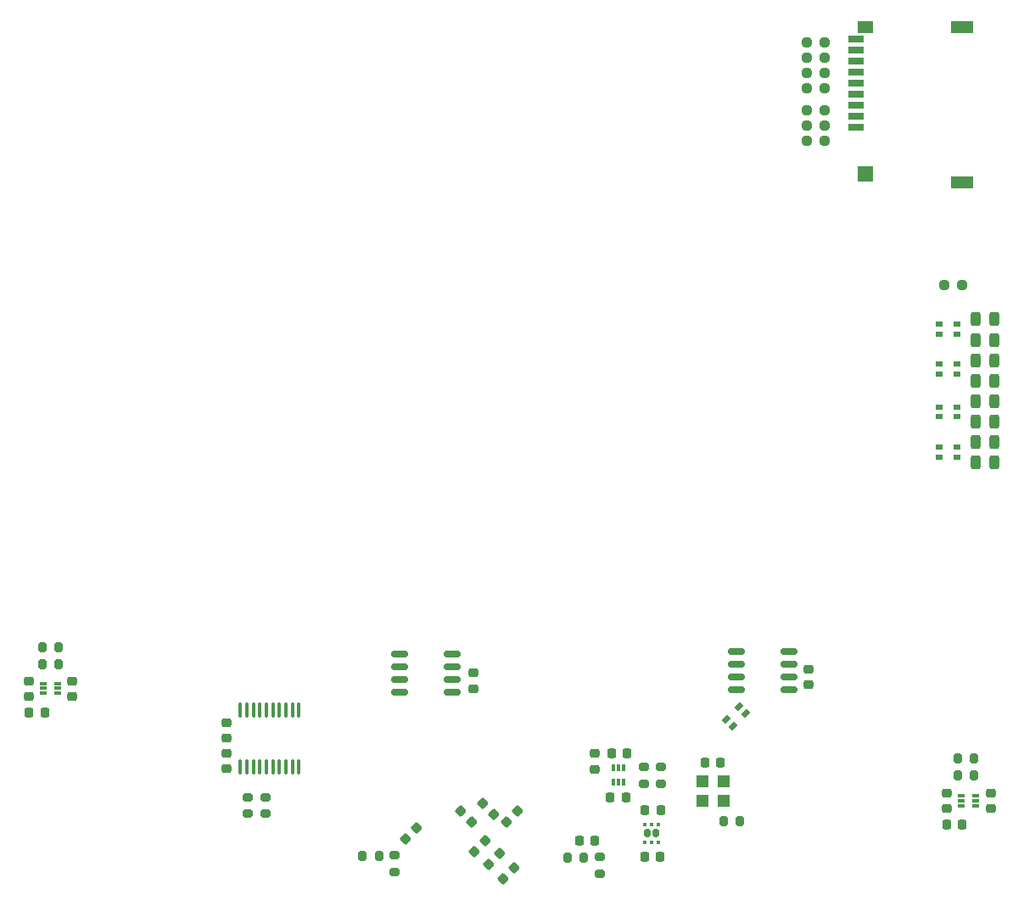
<source format=gbp>
G04 #@! TF.GenerationSoftware,KiCad,Pcbnew,9.0.2-2.fc42*
G04 #@! TF.CreationDate,2025-07-05T18:10:18+03:00*
G04 #@! TF.ProjectId,QMTECH_XC7A100T-Expantion-Board,514d5445-4348-45f5-9843-374131303054,rev?*
G04 #@! TF.SameCoordinates,Original*
G04 #@! TF.FileFunction,Paste,Bot*
G04 #@! TF.FilePolarity,Positive*
%FSLAX46Y46*%
G04 Gerber Fmt 4.6, Leading zero omitted, Abs format (unit mm)*
G04 Created by KiCad (PCBNEW 9.0.2-2.fc42) date 2025-07-05 18:10:18*
%MOMM*%
%LPD*%
G01*
G04 APERTURE LIST*
G04 Aperture macros list*
%AMRoundRect*
0 Rectangle with rounded corners*
0 $1 Rounding radius*
0 $2 $3 $4 $5 $6 $7 $8 $9 X,Y pos of 4 corners*
0 Add a 4 corners polygon primitive as box body*
4,1,4,$2,$3,$4,$5,$6,$7,$8,$9,$2,$3,0*
0 Add four circle primitives for the rounded corners*
1,1,$1+$1,$2,$3*
1,1,$1+$1,$4,$5*
1,1,$1+$1,$6,$7*
1,1,$1+$1,$8,$9*
0 Add four rect primitives between the rounded corners*
20,1,$1+$1,$2,$3,$4,$5,0*
20,1,$1+$1,$4,$5,$6,$7,0*
20,1,$1+$1,$6,$7,$8,$9,0*
20,1,$1+$1,$8,$9,$2,$3,0*%
%AMRotRect*
0 Rectangle, with rotation*
0 The origin of the aperture is its center*
0 $1 length*
0 $2 width*
0 $3 Rotation angle, in degrees counterclockwise*
0 Add horizontal line*
21,1,$1,$2,0,0,$3*%
G04 Aperture macros list end*
%ADD10RoundRect,0.243750X0.243750X0.456250X-0.243750X0.456250X-0.243750X-0.456250X0.243750X-0.456250X0*%
%ADD11R,0.800000X0.500000*%
%ADD12RoundRect,0.200000X0.200000X0.275000X-0.200000X0.275000X-0.200000X-0.275000X0.200000X-0.275000X0*%
%ADD13RoundRect,0.225000X0.250000X-0.225000X0.250000X0.225000X-0.250000X0.225000X-0.250000X-0.225000X0*%
%ADD14RoundRect,0.225000X-0.335876X-0.017678X-0.017678X-0.335876X0.335876X0.017678X0.017678X0.335876X0*%
%ADD15RoundRect,0.237500X-0.250000X-0.237500X0.250000X-0.237500X0.250000X0.237500X-0.250000X0.237500X0*%
%ADD16RoundRect,0.200000X-0.275000X0.200000X-0.275000X-0.200000X0.275000X-0.200000X0.275000X0.200000X0*%
%ADD17RoundRect,0.225000X-0.225000X-0.250000X0.225000X-0.250000X0.225000X0.250000X-0.225000X0.250000X0*%
%ADD18RoundRect,0.225000X-0.017678X0.335876X-0.335876X0.017678X0.017678X-0.335876X0.335876X-0.017678X0*%
%ADD19RoundRect,0.225000X-0.250000X0.225000X-0.250000X-0.225000X0.250000X-0.225000X0.250000X0.225000X0*%
%ADD20RoundRect,0.200000X0.275000X-0.200000X0.275000X0.200000X-0.275000X0.200000X-0.275000X-0.200000X0*%
%ADD21RoundRect,0.218750X0.218750X0.256250X-0.218750X0.256250X-0.218750X-0.256250X0.218750X-0.256250X0*%
%ADD22RoundRect,0.087500X0.250000X0.087500X-0.250000X0.087500X-0.250000X-0.087500X0.250000X-0.087500X0*%
%ADD23R,1.600000X0.700000*%
%ADD24R,2.200000X1.200000*%
%ADD25R,1.500000X1.200000*%
%ADD26R,1.500000X1.600000*%
%ADD27R,1.300000X1.200000*%
%ADD28RoundRect,0.200000X-0.200000X-0.275000X0.200000X-0.275000X0.200000X0.275000X-0.200000X0.275000X0*%
%ADD29RoundRect,0.225000X0.017678X-0.335876X0.335876X-0.017678X-0.017678X0.335876X-0.335876X0.017678X0*%
%ADD30RoundRect,0.237500X0.250000X0.237500X-0.250000X0.237500X-0.250000X-0.237500X0.250000X-0.237500X0*%
%ADD31RoundRect,0.218750X0.256250X-0.218750X0.256250X0.218750X-0.256250X0.218750X-0.256250X-0.218750X0*%
%ADD32RoundRect,0.087500X0.087500X-0.250000X0.087500X0.250000X-0.087500X0.250000X-0.087500X-0.250000X0*%
%ADD33RoundRect,0.160000X0.160000X-0.245000X0.160000X0.245000X-0.160000X0.245000X-0.160000X-0.245000X0*%
%ADD34RoundRect,0.093750X0.106250X-0.093750X0.106250X0.093750X-0.106250X0.093750X-0.106250X-0.093750X0*%
%ADD35RoundRect,0.150000X0.675000X0.150000X-0.675000X0.150000X-0.675000X-0.150000X0.675000X-0.150000X0*%
%ADD36RotRect,0.800000X0.500000X225.000000*%
%ADD37RoundRect,0.225000X0.225000X0.250000X-0.225000X0.250000X-0.225000X-0.250000X0.225000X-0.250000X0*%
%ADD38RoundRect,0.100000X-0.100000X0.637500X-0.100000X-0.637500X0.100000X-0.637500X0.100000X0.637500X0*%
G04 APERTURE END LIST*
D10*
X158823900Y-82956400D03*
X156948900Y-82956400D03*
X158823900Y-80924400D03*
X156948900Y-80924400D03*
D11*
X153278000Y-92600399D03*
X153278000Y-91600401D03*
X155078000Y-91600401D03*
X155078000Y-92600399D03*
D12*
X65418500Y-111641000D03*
X63768500Y-111641000D03*
D13*
X66803300Y-116505400D03*
X66803300Y-114955400D03*
X106850000Y-115710000D03*
X106850000Y-114160000D03*
D10*
X158823900Y-84988400D03*
X156948900Y-84988400D03*
D14*
X105522392Y-127925192D03*
X106618408Y-129021208D03*
D15*
X140089298Y-52731400D03*
X141914298Y-52731400D03*
D16*
X86106000Y-126556000D03*
X86106000Y-128206000D03*
D17*
X120586200Y-122212100D03*
X122136200Y-122212100D03*
D15*
X140089298Y-54255399D03*
X141914298Y-54255399D03*
D18*
X101106608Y-129677792D03*
X100010592Y-130773808D03*
D17*
X123940700Y-127847600D03*
X125490700Y-127847600D03*
D19*
X82143600Y-122161000D03*
X82143600Y-123711000D03*
D10*
X158823900Y-93141800D03*
X156948900Y-93141800D03*
X158823900Y-91109800D03*
X156948900Y-91109800D03*
D20*
X125501400Y-125196100D03*
X125501400Y-123546100D03*
D13*
X154051000Y-127698800D03*
X154051000Y-126148800D03*
D10*
X158823900Y-78867000D03*
X156948900Y-78867000D03*
D15*
X140089299Y-55779400D03*
X141914299Y-55779400D03*
D12*
X117868200Y-132588000D03*
X116218200Y-132588000D03*
D21*
X64034801Y-118118001D03*
X62459799Y-118118001D03*
D22*
X156922500Y-126423800D03*
X156922500Y-126923800D03*
X156922500Y-127423800D03*
X155497500Y-127423800D03*
X155497500Y-126923800D03*
X155497500Y-126423800D03*
D23*
X144973800Y-59738200D03*
X144973800Y-58638200D03*
X144973800Y-57538200D03*
X144973800Y-56438200D03*
X144973800Y-55338200D03*
X144973800Y-54238200D03*
X144973800Y-53138200D03*
X144973800Y-52038200D03*
X144973800Y-50938200D03*
D24*
X155573800Y-49738200D03*
D25*
X145973800Y-49738200D03*
D26*
X145973800Y-64338200D03*
D24*
X155573800Y-65238200D03*
D27*
X129675199Y-125008600D03*
X131775201Y-125008600D03*
X131775201Y-126908600D03*
X129675199Y-126908600D03*
D22*
X65306000Y-115205000D03*
X65306001Y-115705000D03*
X65306000Y-116205000D03*
X63881000Y-116205000D03*
X63880999Y-115705000D03*
X63881000Y-115205000D03*
D28*
X131788400Y-128955800D03*
X133438400Y-128955800D03*
D29*
X106919392Y-132043808D03*
X108015408Y-130947792D03*
D12*
X97409000Y-132435600D03*
X95759000Y-132435600D03*
D17*
X129908000Y-123129000D03*
X131458000Y-123129000D03*
D30*
X155623900Y-75412600D03*
X153798900Y-75412600D03*
D18*
X111215808Y-127925192D03*
X110119792Y-129021208D03*
D20*
X98933000Y-134022600D03*
X98933000Y-132372600D03*
D11*
X153278000Y-84319999D03*
X153278000Y-83320001D03*
X155078000Y-83320001D03*
X155078000Y-84319999D03*
D18*
X110885608Y-133614792D03*
X109789592Y-134710808D03*
D20*
X119456200Y-134175000D03*
X119456200Y-132525000D03*
D10*
X158823900Y-87045800D03*
X156948900Y-87045800D03*
D31*
X118948200Y-123761601D03*
X118948200Y-122186599D03*
D28*
X63768500Y-113292001D03*
X65418500Y-113292001D03*
D18*
X109463208Y-132141592D03*
X108367192Y-133237608D03*
D15*
X140082900Y-59512199D03*
X141907900Y-59512199D03*
D13*
X158496000Y-127698800D03*
X158496000Y-126148800D03*
D17*
X117411200Y-130911600D03*
X118961200Y-130911600D03*
D15*
X140082899Y-61036198D03*
X141907899Y-61036198D03*
D28*
X155131000Y-124383800D03*
X156781000Y-124383800D03*
D32*
X121777000Y-125045500D03*
X121277000Y-125045501D03*
X120777000Y-125045500D03*
X120777000Y-123620500D03*
X121277000Y-123620499D03*
X121777000Y-123620500D03*
D11*
X153278000Y-88604598D03*
X153278000Y-87604600D03*
X155078000Y-87604600D03*
X155078000Y-88604598D03*
D33*
X124187000Y-130173500D03*
X124987000Y-130173500D03*
D34*
X125237000Y-131061000D03*
X124587000Y-131061000D03*
X123937000Y-131061000D03*
X123937000Y-129286000D03*
X124587000Y-129286000D03*
X125237000Y-129286000D03*
D35*
X104691000Y-112268000D03*
X104691000Y-113538000D03*
X104691000Y-114808000D03*
X104691000Y-116078000D03*
X99441000Y-116078000D03*
X99441000Y-114808000D03*
X99441000Y-113538000D03*
X99441000Y-112268000D03*
D15*
X140089299Y-51207401D03*
X141914299Y-51207401D03*
D36*
X133328043Y-117501051D03*
X134035149Y-118208157D03*
X132762357Y-119480949D03*
X132055251Y-118773843D03*
D16*
X84328000Y-126556000D03*
X84328000Y-128206000D03*
D35*
X138346000Y-112014000D03*
X138346000Y-113284000D03*
X138346000Y-114554000D03*
X138346000Y-115824000D03*
X133096000Y-115824000D03*
X133096000Y-114554000D03*
X133096000Y-113284000D03*
X133096000Y-112014000D03*
D21*
X155600501Y-129336800D03*
X154025499Y-129336800D03*
D14*
X107757592Y-127163192D03*
X108853608Y-128259208D03*
D13*
X140293000Y-115329000D03*
X140293000Y-113779000D03*
X62485300Y-116505400D03*
X62485300Y-114955400D03*
D15*
X140082900Y-57988200D03*
X141907900Y-57988200D03*
D12*
X156781000Y-122732800D03*
X155131000Y-122732800D03*
D17*
X120484599Y-126555500D03*
X122034599Y-126555500D03*
D10*
X158823900Y-89077800D03*
X156948900Y-89077800D03*
D37*
X125465300Y-132521200D03*
X123915300Y-132521200D03*
D16*
X123850401Y-123546100D03*
X123850401Y-125196100D03*
D38*
X83562000Y-117848000D03*
X84212000Y-117848000D03*
X84862000Y-117848000D03*
X85512000Y-117848000D03*
X86162000Y-117848000D03*
X86812000Y-117848000D03*
X87462000Y-117848000D03*
X88112000Y-117848000D03*
X88762000Y-117848000D03*
X89412000Y-117848000D03*
X89412000Y-123573000D03*
X88762000Y-123573000D03*
X88112000Y-123573000D03*
X87462000Y-123573000D03*
X86812000Y-123573000D03*
X86162000Y-123573000D03*
X85512000Y-123573000D03*
X84862000Y-123573000D03*
X84212000Y-123573000D03*
X83562000Y-123573000D03*
D11*
X153278000Y-80382999D03*
X153278000Y-79383001D03*
X155078000Y-79383001D03*
X155078000Y-80382999D03*
D19*
X82169000Y-119113000D03*
X82169000Y-120663000D03*
M02*

</source>
